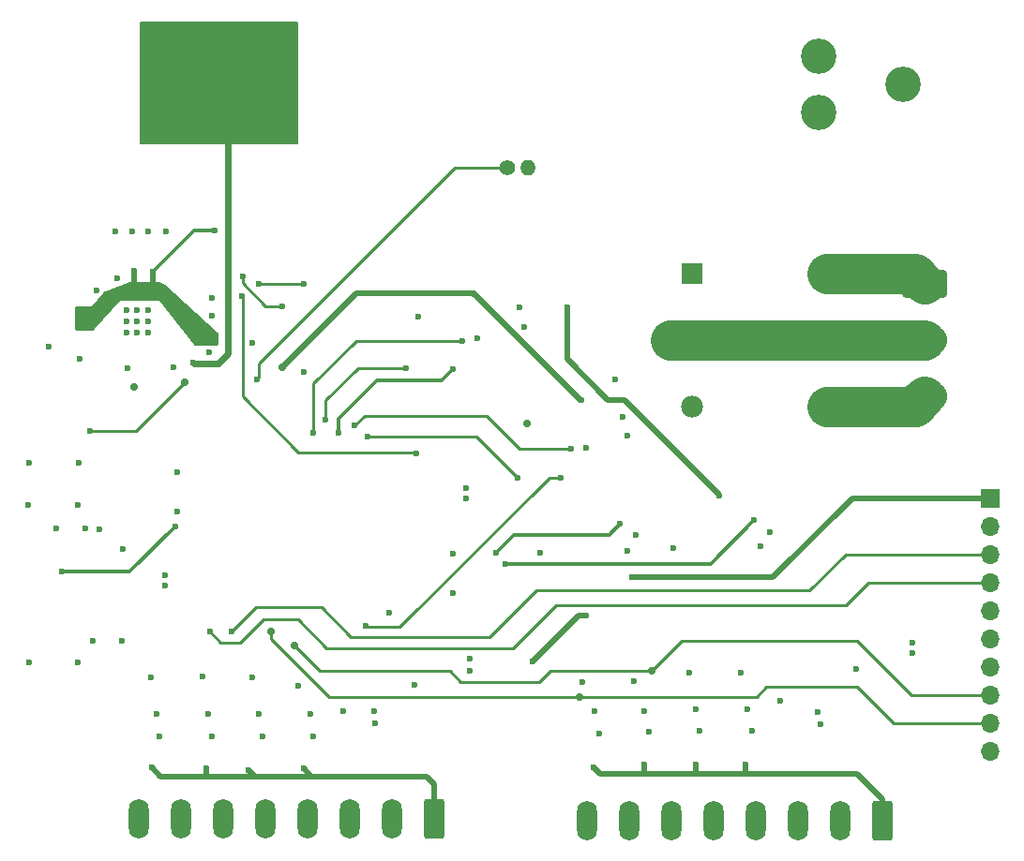
<source format=gbr>
%TF.GenerationSoftware,KiCad,Pcbnew,8.0.8*%
%TF.CreationDate,2025-03-05T18:01:18-08:00*%
%TF.ProjectId,LoRa-BLE-Sensor,4c6f5261-2d42-44c4-952d-53656e736f72,1*%
%TF.SameCoordinates,Original*%
%TF.FileFunction,Copper,L4,Bot*%
%TF.FilePolarity,Positive*%
%FSLAX46Y46*%
G04 Gerber Fmt 4.6, Leading zero omitted, Abs format (unit mm)*
G04 Created by KiCad (PCBNEW 8.0.8) date 2025-03-05 18:01:18*
%MOMM*%
%LPD*%
G01*
G04 APERTURE LIST*
G04 Aperture macros list*
%AMRoundRect*
0 Rectangle with rounded corners*
0 $1 Rounding radius*
0 $2 $3 $4 $5 $6 $7 $8 $9 X,Y pos of 4 corners*
0 Add a 4 corners polygon primitive as box body*
4,1,4,$2,$3,$4,$5,$6,$7,$8,$9,$2,$3,0*
0 Add four circle primitives for the rounded corners*
1,1,$1+$1,$2,$3*
1,1,$1+$1,$4,$5*
1,1,$1+$1,$6,$7*
1,1,$1+$1,$8,$9*
0 Add four rect primitives between the rounded corners*
20,1,$1+$1,$2,$3,$4,$5,0*
20,1,$1+$1,$4,$5,$6,$7,0*
20,1,$1+$1,$6,$7,$8,$9,0*
20,1,$1+$1,$8,$9,$2,$3,0*%
G04 Aperture macros list end*
%TA.AperFunction,ComponentPad*%
%ADD10C,3.200000*%
%TD*%
%TA.AperFunction,ComponentPad*%
%ADD11RoundRect,0.250000X0.650000X1.550000X-0.650000X1.550000X-0.650000X-1.550000X0.650000X-1.550000X0*%
%TD*%
%TA.AperFunction,ComponentPad*%
%ADD12O,1.800000X3.600000*%
%TD*%
%TA.AperFunction,ComponentPad*%
%ADD13RoundRect,0.347223X-1.702777X0.902777X-1.702777X-0.902777X1.702777X-0.902777X1.702777X0.902777X0*%
%TD*%
%TA.AperFunction,ComponentPad*%
%ADD14O,4.100000X2.500000*%
%TD*%
%TA.AperFunction,ComponentPad*%
%ADD15R,1.980000X1.980000*%
%TD*%
%TA.AperFunction,ComponentPad*%
%ADD16C,1.980000*%
%TD*%
%TA.AperFunction,ComponentPad*%
%ADD17C,1.935000*%
%TD*%
%TA.AperFunction,ComponentPad*%
%ADD18C,1.400000*%
%TD*%
%TA.AperFunction,ComponentPad*%
%ADD19O,1.400000X1.400000*%
%TD*%
%TA.AperFunction,ComponentPad*%
%ADD20R,1.700000X1.700000*%
%TD*%
%TA.AperFunction,ComponentPad*%
%ADD21O,1.700000X1.700000*%
%TD*%
%TA.AperFunction,ViaPad*%
%ADD22C,0.600000*%
%TD*%
%TA.AperFunction,ViaPad*%
%ADD23C,0.700000*%
%TD*%
%TA.AperFunction,Conductor*%
%ADD24C,0.300000*%
%TD*%
%TA.AperFunction,Conductor*%
%ADD25C,0.250000*%
%TD*%
%TA.AperFunction,Conductor*%
%ADD26C,0.600000*%
%TD*%
%TA.AperFunction,Conductor*%
%ADD27C,0.500000*%
%TD*%
%TA.AperFunction,Conductor*%
%ADD28C,3.600000*%
%TD*%
G04 APERTURE END LIST*
D10*
%TO.P,J2,1,+*%
%TO.N,VBAT*%
X78880000Y-41000000D03*
X86500000Y-38460000D03*
X86500000Y-43540000D03*
%TO.P,J2,2,-*%
%TO.N,GND*%
X137500000Y-38460000D03*
X137500000Y-43540000D03*
X145120000Y-41000000D03*
%TD*%
D11*
%TO.P,J6,1,Pin_1*%
%TO.N,V_SENSOR2*%
X143240000Y-107500000D03*
D12*
%TO.P,J6,2,Pin_2*%
%TO.N,I1_IN*%
X139430000Y-107500000D03*
%TO.P,J6,3,Pin_3*%
%TO.N,V1_IN*%
X135620000Y-107500000D03*
%TO.P,J6,4,Pin_4*%
%TO.N,D4_IN*%
X131810000Y-107500000D03*
%TO.P,J6,5,Pin_5*%
%TO.N,D5_IN*%
X128000000Y-107500000D03*
%TO.P,J6,6,Pin_6*%
%TO.N,D6_IN*%
X124190000Y-107500000D03*
%TO.P,J6,7,Pin_7*%
%TO.N,D7_IN*%
X120380000Y-107500000D03*
%TO.P,J6,8,Pin_8*%
%TO.N,GND*%
X116570000Y-107500000D03*
%TD*%
D13*
%TO.P,J4,1,Pin_1*%
%TO.N,Net-(J4-Pin_1)*%
X147112500Y-59020000D03*
D14*
%TO.P,J4,2,Pin_2*%
%TO.N,Net-(J4-Pin_2)*%
X147112500Y-64100000D03*
%TO.P,J4,3,Pin_3*%
%TO.N,Net-(J4-Pin_3)*%
X147112500Y-69180000D03*
%TD*%
D15*
%TO.P,K1,A1*%
%TO.N,V_RELAY*%
X126112500Y-58100000D03*
D16*
%TO.P,K1,A2*%
%TO.N,GND*%
X126112500Y-70100000D03*
D17*
%TO.P,K1,COM*%
%TO.N,Net-(J4-Pin_2)*%
X124112500Y-64100000D03*
D16*
%TO.P,K1,NC*%
%TO.N,Net-(J4-Pin_1)*%
X138312500Y-58100000D03*
%TO.P,K1,NO*%
%TO.N,Net-(J4-Pin_3)*%
X138312500Y-70100000D03*
%TD*%
D11*
%TO.P,J5,1,Pin_1*%
%TO.N,V_SENSOR1*%
X102817500Y-107357500D03*
D12*
%TO.P,J5,2,Pin_2*%
%TO.N,I0_IN*%
X99007500Y-107357500D03*
%TO.P,J5,3,Pin_3*%
%TO.N,V0_IN*%
X95197500Y-107357500D03*
%TO.P,J5,4,Pin_4*%
%TO.N,D0_IN*%
X91387500Y-107357500D03*
%TO.P,J5,5,Pin_5*%
%TO.N,D1_IN*%
X87577500Y-107357500D03*
%TO.P,J5,6,Pin_6*%
%TO.N,D2_IN*%
X83767500Y-107357500D03*
%TO.P,J5,7,Pin_7*%
%TO.N,D3_IN*%
X79957500Y-107357500D03*
%TO.P,J5,8,Pin_8*%
%TO.N,GND*%
X76147500Y-107357500D03*
%TD*%
D18*
%TO.P,TH1,1*%
%TO.N,Net-(U2-NTC)*%
X109395000Y-48500000D03*
D19*
%TO.P,TH1,2*%
%TO.N,GND*%
X111295000Y-48500000D03*
%TD*%
D20*
%TO.P,J7,1,Pin_1*%
%TO.N,V_SENSOR1*%
X153000000Y-78375000D03*
D21*
%TO.P,J7,2,Pin_2*%
%TO.N,VDD*%
X153000000Y-80915000D03*
%TO.P,J7,3,Pin_3*%
%TO.N,D2_NRF*%
X153000000Y-83455000D03*
%TO.P,J7,4,Pin_4*%
%TO.N,D3_NRF*%
X153000000Y-85995000D03*
%TO.P,J7,5,Pin_5*%
%TO.N,GND*%
X153000000Y-88535000D03*
%TO.P,J7,6,Pin_6*%
%TO.N,V_SENSOR2*%
X153000000Y-91075000D03*
%TO.P,J7,7,Pin_7*%
%TO.N,VDD*%
X153000000Y-93615000D03*
%TO.P,J7,8,Pin_8*%
%TO.N,D6_NRF*%
X153000000Y-96155000D03*
%TO.P,J7,9,Pin_9*%
%TO.N,D7_NRF*%
X153000000Y-98695000D03*
%TO.P,J7,10,Pin_10*%
%TO.N,GND*%
X153000000Y-101235000D03*
%TD*%
D22*
%TO.N,VDD*%
X121800000Y-97600000D03*
X82400000Y-97900000D03*
X74200000Y-58500000D03*
X91600000Y-97900000D03*
X90500000Y-95300000D03*
X74700000Y-83000000D03*
X117300000Y-97600000D03*
X78500000Y-85300000D03*
X126400000Y-97400000D03*
X131100000Y-97400000D03*
X81900000Y-94500000D03*
X116200000Y-95000000D03*
X130500000Y-94100000D03*
X74600000Y-91300000D03*
X125800000Y-94100000D03*
X68000000Y-64700000D03*
X120800000Y-94900000D03*
X87000000Y-97900000D03*
X77700000Y-97900000D03*
X75100000Y-66600000D03*
X105700000Y-77425000D03*
X77200000Y-94600000D03*
X86400000Y-94600000D03*
%TO.N,GND*%
X124400000Y-82900000D03*
X72600000Y-81200000D03*
X76000000Y-62400000D03*
X86400000Y-64300000D03*
X106000000Y-94000000D03*
X119112500Y-67600000D03*
X98700000Y-88700000D03*
X112400000Y-83300000D03*
X75500000Y-54300000D03*
X126800000Y-99400000D03*
X119800000Y-71000000D03*
X120275000Y-72725000D03*
X97400000Y-97600000D03*
X91900000Y-99900000D03*
X82500000Y-65200000D03*
X106700000Y-63900000D03*
X106000000Y-92900000D03*
X104500000Y-86900000D03*
X70600000Y-79000000D03*
D23*
X111170000Y-71625000D03*
D22*
X91000000Y-67000000D03*
X76000000Y-63400000D03*
X68700000Y-81100000D03*
X77000000Y-63400000D03*
X101390000Y-62000000D03*
X146000000Y-92400000D03*
X75000000Y-63400000D03*
X78600000Y-54300000D03*
X105700000Y-78380000D03*
X87300000Y-99900000D03*
X120200000Y-83100000D03*
X137700000Y-98800000D03*
X72000000Y-91300000D03*
X70700000Y-75200000D03*
X121000000Y-81700000D03*
X116500000Y-73800000D03*
X66200000Y-93200000D03*
X78000000Y-99900000D03*
X76000000Y-61400000D03*
X94600000Y-97600000D03*
X82700000Y-61900000D03*
X132300000Y-82700000D03*
X78500000Y-86300000D03*
X117700000Y-99600000D03*
X122200000Y-99500000D03*
X70801650Y-65778672D03*
X77000000Y-54300000D03*
X77000000Y-62400000D03*
X101000000Y-95200000D03*
X82700000Y-99900000D03*
X110900000Y-62900000D03*
X137400000Y-97700000D03*
X140900000Y-93800000D03*
X72300000Y-59600000D03*
X82700000Y-60290000D03*
X104500000Y-83400000D03*
X79600000Y-76000000D03*
X110500000Y-61100000D03*
X134000000Y-96700000D03*
X79600000Y-79600000D03*
X97500000Y-98700000D03*
X131500000Y-99400000D03*
X74000000Y-54300000D03*
X77000000Y-61400000D03*
X70600000Y-93200000D03*
X71300000Y-81100000D03*
X79300000Y-66500000D03*
D23*
X75700000Y-68300000D03*
D22*
X75000000Y-62400000D03*
X133100000Y-81400000D03*
X66200000Y-75200000D03*
X66100000Y-79000000D03*
X75000000Y-61400000D03*
X146000000Y-91400000D03*
%TO.N,RESET*%
X79400000Y-80900000D03*
X69200000Y-85000000D03*
%TO.N,CC2*%
X89100000Y-61000000D03*
X85500000Y-58300000D03*
%TO.N,CC1*%
X87000000Y-59000000D03*
X91000000Y-59000000D03*
%TO.N,VBAT*%
X81700000Y-66200000D03*
X81000000Y-66100000D03*
%TO.N,VBUS_NRF*%
X101200000Y-74300000D03*
X85400000Y-60100000D03*
%TO.N,VSYS*%
X82200000Y-64200000D03*
X77400000Y-57900000D03*
X70800000Y-62100000D03*
X72000000Y-62100000D03*
X82900000Y-64200000D03*
X116100000Y-69500000D03*
X106400000Y-59900000D03*
X81500000Y-64200000D03*
X75700000Y-57800000D03*
D23*
X89100000Y-66500000D03*
D22*
X83000000Y-54200000D03*
%TO.N,BOOST1_FB_CTRL1*%
X94200000Y-72500000D03*
X104490000Y-66700000D03*
%TO.N,LDO2_OUT*%
X128550000Y-78100000D03*
X114800000Y-61100000D03*
%TO.N,BOOST1_FB_CTRL2*%
X93000000Y-71300000D03*
X100300000Y-66600000D03*
%TO.N,V_SENSOR1*%
X116500000Y-89000000D03*
X91000000Y-102800000D03*
X82200000Y-102800000D03*
X86000000Y-102900000D03*
X77300000Y-102700000D03*
X120700000Y-85500000D03*
X111700000Y-93100000D03*
%TO.N,V_SENSOR2*%
X130900000Y-102400000D03*
X117200000Y-102700000D03*
X121800000Y-102400000D03*
X126400000Y-102400000D03*
D23*
%TO.N,Net-(U2-SHPHLD)*%
X80300000Y-67900000D03*
D22*
X71700000Y-72300000D03*
%TO.N,BOOST2_FB_CTRL2*%
X96800000Y-72800000D03*
X110300000Y-76500000D03*
%TO.N,BOOST2_FB_CTRL1*%
X96600000Y-89900000D03*
X114200000Y-76500000D03*
%TO.N,BOOST1_EN*%
X105300000Y-64150000D03*
X91900000Y-72500000D03*
%TO.N,BOOST2_EN*%
X95600000Y-71800000D03*
X115155000Y-73900000D03*
%TO.N,Net-(U2-NTC)*%
X86800000Y-67600000D03*
%TO.N,D2_NRF*%
X84500000Y-90400000D03*
%TO.N,D3_NRF*%
X82550000Y-90450000D03*
D23*
%TO.N,D6_NRF*%
X122432500Y-94000000D03*
X90200000Y-91700000D03*
%TO.N,D7_NRF*%
X88100000Y-90400000D03*
X115932500Y-96300000D03*
D22*
%TO.N,V_SENSOR1_READ*%
X108400000Y-83300000D03*
X119600000Y-80690000D03*
%TO.N,V_SENSOR2_READ*%
X109200000Y-84300000D03*
X131700000Y-80352500D03*
%TD*%
D24*
%TO.N,RESET*%
X75300000Y-85000000D02*
X69200000Y-85000000D01*
X79400000Y-80900000D02*
X75300000Y-85000000D01*
D25*
%TO.N,CC2*%
X85500000Y-58300000D02*
X85500000Y-58900000D01*
X85500000Y-58900000D02*
X87600000Y-61000000D01*
X87600000Y-61000000D02*
X89100000Y-61000000D01*
%TO.N,CC1*%
X87000000Y-59000000D02*
X91000000Y-59000000D01*
D26*
%TO.N,VBAT*%
X81700000Y-66200000D02*
X83300000Y-66200000D01*
X81100000Y-66200000D02*
X81700000Y-66200000D01*
X83300000Y-66200000D02*
X84200000Y-65300000D01*
X86460000Y-43540000D02*
X86500000Y-43540000D01*
X81000000Y-66100000D02*
X81100000Y-66200000D01*
X84200000Y-65300000D02*
X84200000Y-45800000D01*
X84200000Y-45800000D02*
X86460000Y-43540000D01*
D25*
%TO.N,VBUS_NRF*%
X101100000Y-74200000D02*
X101200000Y-74300000D01*
X85400000Y-60100000D02*
X85500000Y-60200000D01*
X85500000Y-60200000D02*
X85500000Y-67800000D01*
X90500000Y-74200000D02*
X101100000Y-74200000D01*
X85500000Y-67800000D02*
X85500000Y-69200000D01*
X85500000Y-69200000D02*
X90500000Y-74200000D01*
D27*
%TO.N,VSYS*%
X81500000Y-64200000D02*
X81500000Y-63100000D01*
X81500000Y-63100000D02*
X77400000Y-59000000D01*
X75700000Y-57800000D02*
X75700000Y-58900000D01*
X116000000Y-69500000D02*
X116100000Y-69500000D01*
X75000000Y-59600000D02*
X74500000Y-59600000D01*
X77400000Y-59000000D02*
X77400000Y-57900000D01*
X95750000Y-59850000D02*
X106422500Y-59850000D01*
D24*
X81100000Y-54200000D02*
X77400000Y-57900000D01*
D27*
X106400000Y-59900000D02*
X116000000Y-69500000D01*
X106422500Y-59877500D02*
X106400000Y-59900000D01*
X74500000Y-59600000D02*
X72000000Y-62100000D01*
X75700000Y-58900000D02*
X75000000Y-59600000D01*
X106422500Y-59850000D02*
X106422500Y-59877500D01*
X89100000Y-66500000D02*
X95750000Y-59850000D01*
D24*
X83000000Y-54200000D02*
X81100000Y-54200000D01*
%TO.N,BOOST1_FB_CTRL1*%
X97650000Y-67750000D02*
X103440000Y-67750000D01*
X103440000Y-67750000D02*
X104490000Y-66700000D01*
X94200000Y-71200000D02*
X97650000Y-67750000D01*
X94200000Y-72500000D02*
X94200000Y-71200000D01*
D27*
%TO.N,LDO2_OUT*%
X114800000Y-65800000D02*
X114800000Y-61100000D01*
X120000000Y-69500000D02*
X118500000Y-69500000D01*
X128550000Y-78100000D02*
X128550000Y-78050000D01*
X118500000Y-69500000D02*
X114800000Y-65800000D01*
X128550000Y-78050000D02*
X120000000Y-69500000D01*
D25*
%TO.N,BOOST1_FB_CTRL2*%
X95900000Y-66600000D02*
X100300000Y-66600000D01*
X93000000Y-71300000D02*
X93000000Y-69500000D01*
X93000000Y-69500000D02*
X95900000Y-66600000D01*
D27*
%TO.N,V_SENSOR1*%
X86600000Y-103500000D02*
X86000000Y-102900000D01*
X86600000Y-103500000D02*
X82300000Y-103500000D01*
X120700000Y-85500000D02*
X133400000Y-85500000D01*
X91700000Y-103500000D02*
X86600000Y-103500000D01*
X102817500Y-107357500D02*
X102817500Y-104217500D01*
X78100000Y-103500000D02*
X82300000Y-103500000D01*
X82200000Y-103400000D02*
X82200000Y-102800000D01*
X77300000Y-102700000D02*
X78100000Y-103500000D01*
X116500000Y-89000000D02*
X115800000Y-89000000D01*
X102100000Y-103500000D02*
X91700000Y-103500000D01*
X82300000Y-103500000D02*
X82200000Y-103400000D01*
X140525000Y-78375000D02*
X153000000Y-78375000D01*
X91700000Y-103500000D02*
X91000000Y-102800000D01*
X115800000Y-89000000D02*
X111700000Y-93100000D01*
X133400000Y-85500000D02*
X140525000Y-78375000D01*
X102817500Y-104217500D02*
X102100000Y-103500000D01*
%TO.N,V_SENSOR2*%
X126400000Y-103300000D02*
X126400000Y-102400000D01*
X121900000Y-103300000D02*
X126400000Y-103300000D01*
X117800000Y-103300000D02*
X121900000Y-103300000D01*
X130900000Y-103300000D02*
X126400000Y-103300000D01*
X121800000Y-102400000D02*
X121800000Y-103200000D01*
X143240000Y-105540000D02*
X143240000Y-107500000D01*
X130900000Y-103300000D02*
X141000000Y-103300000D01*
X121800000Y-103200000D02*
X121900000Y-103300000D01*
X117200000Y-102700000D02*
X117800000Y-103300000D01*
X130900000Y-103300000D02*
X130900000Y-102400000D01*
X141000000Y-103300000D02*
X143240000Y-105540000D01*
D25*
%TO.N,Net-(U2-SHPHLD)*%
X75900000Y-72300000D02*
X71700000Y-72300000D01*
X80300000Y-67900000D02*
X75900000Y-72300000D01*
D28*
%TO.N,Net-(J4-Pin_2)*%
X147112500Y-64100000D02*
X124162500Y-64100000D01*
%TO.N,Net-(J4-Pin_1)*%
X138312500Y-58100000D02*
X146192500Y-58100000D01*
X146192500Y-58100000D02*
X147112500Y-59020000D01*
%TO.N,Net-(J4-Pin_3)*%
X146192500Y-70100000D02*
X147112500Y-69180000D01*
X138312500Y-70100000D02*
X146192500Y-70100000D01*
D25*
%TO.N,BOOST2_FB_CTRL2*%
X96800000Y-72800000D02*
X106600000Y-72800000D01*
X106600000Y-72800000D02*
X110300000Y-76500000D01*
%TO.N,BOOST2_FB_CTRL1*%
X99700000Y-90000000D02*
X113200000Y-76500000D01*
X96700000Y-90000000D02*
X99700000Y-90000000D01*
X96600000Y-89900000D02*
X96700000Y-90000000D01*
X113200000Y-76500000D02*
X114200000Y-76500000D01*
%TO.N,BOOST1_EN*%
X91900000Y-68000000D02*
X95750000Y-64150000D01*
X91900000Y-72500000D02*
X91900000Y-68000000D01*
X95750000Y-64150000D02*
X105300000Y-64150000D01*
%TO.N,BOOST2_EN*%
X96500000Y-70900000D02*
X107500000Y-70900000D01*
X95600000Y-71800000D02*
X96500000Y-70900000D01*
X110500000Y-73900000D02*
X115155000Y-73900000D01*
X107500000Y-70900000D02*
X110500000Y-73900000D01*
%TO.N,Net-(U2-NTC)*%
X104700000Y-48500000D02*
X109395000Y-48500000D01*
X87000000Y-67400000D02*
X87000000Y-66200000D01*
X87000000Y-66200000D02*
X104700000Y-48500000D01*
X86800000Y-67600000D02*
X87000000Y-67400000D01*
%TO.N,D2_NRF*%
X107800000Y-90900000D02*
X112000000Y-86700000D01*
X92600000Y-88200000D02*
X95300000Y-90900000D01*
X136700000Y-86700000D02*
X139945000Y-83455000D01*
X139945000Y-83455000D02*
X153000000Y-83455000D01*
X112000000Y-86700000D02*
X136700000Y-86700000D01*
X84500000Y-90400000D02*
X86700000Y-88200000D01*
X95300000Y-90900000D02*
X107800000Y-90900000D01*
X86700000Y-88200000D02*
X92600000Y-88200000D01*
%TO.N,D3_NRF*%
X87400000Y-89300000D02*
X90500000Y-89300000D01*
X140000000Y-88000000D02*
X142005000Y-85995000D01*
X82550000Y-90450000D02*
X83500000Y-91400000D01*
X142005000Y-85995000D02*
X153000000Y-85995000D01*
X90500000Y-89300000D02*
X93100000Y-91900000D01*
X113800000Y-88000000D02*
X140000000Y-88000000D01*
X93100000Y-91900000D02*
X109900000Y-91900000D01*
X83500000Y-91400000D02*
X85300000Y-91400000D01*
X109900000Y-91900000D02*
X113800000Y-88000000D01*
X85300000Y-91400000D02*
X87400000Y-89300000D01*
%TO.N,D6_NRF*%
X125132500Y-91300000D02*
X141000000Y-91300000D01*
X104200000Y-94000000D02*
X105200000Y-95000000D01*
X112275000Y-95000000D02*
X113275000Y-94000000D01*
X92500000Y-94000000D02*
X104200000Y-94000000D01*
X122432500Y-94000000D02*
X125132500Y-91300000D01*
X90200000Y-91700000D02*
X92500000Y-94000000D01*
X105200000Y-95000000D02*
X112275000Y-95000000D01*
X113275000Y-94000000D02*
X122432500Y-94000000D01*
X145855000Y-96155000D02*
X153000000Y-96155000D01*
X141000000Y-91300000D02*
X145855000Y-96155000D01*
%TO.N,D7_NRF*%
X141000000Y-95400000D02*
X144295000Y-98695000D01*
X93300000Y-96300000D02*
X88100000Y-91100000D01*
X115932500Y-96300000D02*
X93300000Y-96300000D01*
X144295000Y-98695000D02*
X153000000Y-98695000D01*
X88100000Y-91100000D02*
X88100000Y-90400000D01*
X115932500Y-96300000D02*
X131900000Y-96300000D01*
X132800000Y-95400000D02*
X141000000Y-95400000D01*
X131900000Y-96300000D02*
X132800000Y-95400000D01*
D24*
%TO.N,V_SENSOR1_READ*%
X118590000Y-81700000D02*
X119600000Y-80690000D01*
X110000000Y-81700000D02*
X118590000Y-81700000D01*
X108400000Y-83300000D02*
X110000000Y-81700000D01*
%TO.N,V_SENSOR2_READ*%
X127752500Y-84300000D02*
X131700000Y-80352500D01*
X109200000Y-84300000D02*
X127752500Y-84300000D01*
%TD*%
%TA.AperFunction,Conductor*%
%TO.N,VSYS*%
G36*
X78029451Y-58817670D02*
G01*
X78489861Y-59093917D01*
X78508799Y-59107882D01*
X79308840Y-59824586D01*
X83258739Y-63363037D01*
X83295538Y-63422431D01*
X83300000Y-63455397D01*
X83300000Y-64476000D01*
X83280315Y-64543039D01*
X83227511Y-64588794D01*
X83176000Y-64600000D01*
X81260517Y-64600000D01*
X81193478Y-64580315D01*
X81162766Y-64552294D01*
X81155543Y-64543039D01*
X78000000Y-60500000D01*
X77999999Y-60500000D01*
X74400000Y-60500000D01*
X72110223Y-63076000D01*
X72036995Y-63158381D01*
X71977744Y-63195409D01*
X71944316Y-63200000D01*
X70524000Y-63200000D01*
X70456961Y-63180315D01*
X70411206Y-63127511D01*
X70400000Y-63076000D01*
X70400000Y-61124000D01*
X70419685Y-61056961D01*
X70472489Y-61011206D01*
X70524000Y-61000000D01*
X71899999Y-61000000D01*
X71900000Y-61000000D01*
X72879512Y-59824584D01*
X72929825Y-59788401D01*
X74700000Y-59100000D01*
X75273818Y-58813091D01*
X75329272Y-58800000D01*
X77965655Y-58800000D01*
X78029451Y-58817670D01*
G37*
%TD.AperFunction*%
%TD*%
%TA.AperFunction,Conductor*%
%TO.N,VBAT*%
G36*
X90443039Y-35319685D02*
G01*
X90488794Y-35372489D01*
X90500000Y-35424000D01*
X90500000Y-46276000D01*
X90480315Y-46343039D01*
X90427511Y-46388794D01*
X90376000Y-46400000D01*
X76324000Y-46400000D01*
X76256961Y-46380315D01*
X76211206Y-46327511D01*
X76200000Y-46276000D01*
X76200000Y-35424000D01*
X76219685Y-35356961D01*
X76272489Y-35311206D01*
X76324000Y-35300000D01*
X90376000Y-35300000D01*
X90443039Y-35319685D01*
G37*
%TD.AperFunction*%
%TD*%
M02*

</source>
